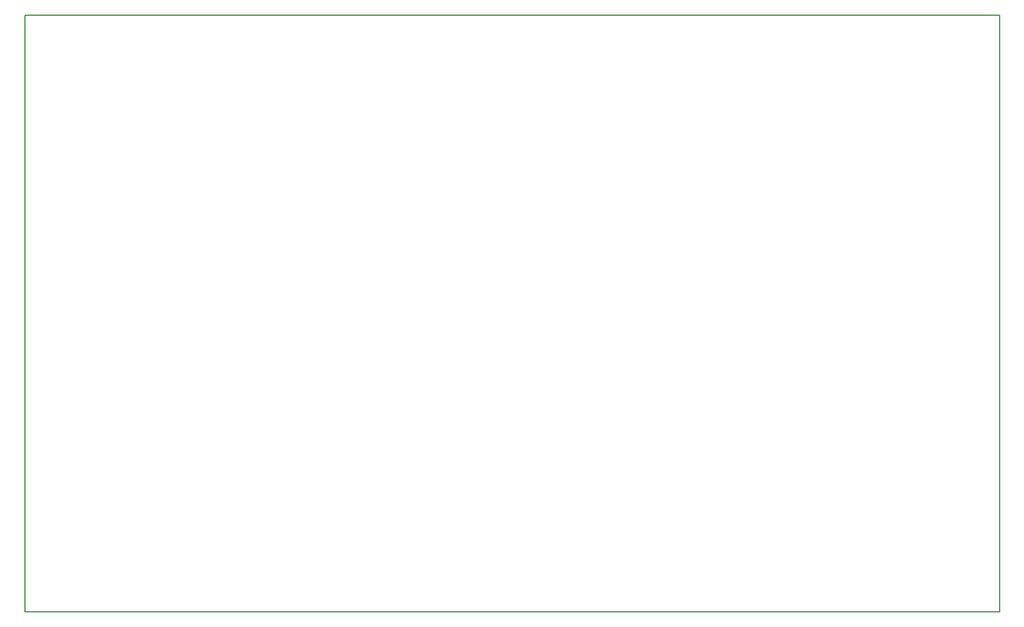
<source format=gbr>
%TF.GenerationSoftware,KiCad,Pcbnew,7.0.6*%
%TF.CreationDate,2023-08-24T19:47:58-04:00*%
%TF.ProjectId,summer,73756d6d-6572-42e6-9b69-6361645f7063,rev?*%
%TF.SameCoordinates,Original*%
%TF.FileFunction,Profile,NP*%
%FSLAX46Y46*%
G04 Gerber Fmt 4.6, Leading zero omitted, Abs format (unit mm)*
G04 Created by KiCad (PCBNEW 7.0.6) date 2023-08-24 19:47:58*
%MOMM*%
%LPD*%
G01*
G04 APERTURE LIST*
%TA.AperFunction,Profile*%
%ADD10C,0.127000*%
%TD*%
G04 APERTURE END LIST*
D10*
X-87630000Y35052000D02*
X48006000Y35052000D01*
X48006000Y-48006000D01*
X-87630000Y-48006000D01*
X-87630000Y35052000D01*
M02*

</source>
